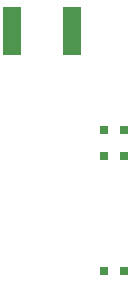
<source format=gtp>
G04*
G04 #@! TF.GenerationSoftware,Altium Limited,Altium Designer,18.1.9 (240)*
G04*
G04 Layer_Color=8421504*
%FSLAX25Y25*%
%MOIN*%
G70*
G01*
G75*
%ADD13R,0.03150X0.03150*%
%ADD14R,0.06000X0.16000*%
D13*
X47627Y84368D02*
D03*
X54123D02*
D03*
X47627Y37500D02*
D03*
X54123D02*
D03*
X47627Y75767D02*
D03*
X54123D02*
D03*
D14*
X36900Y117500D02*
D03*
X16900D02*
D03*
M02*

</source>
